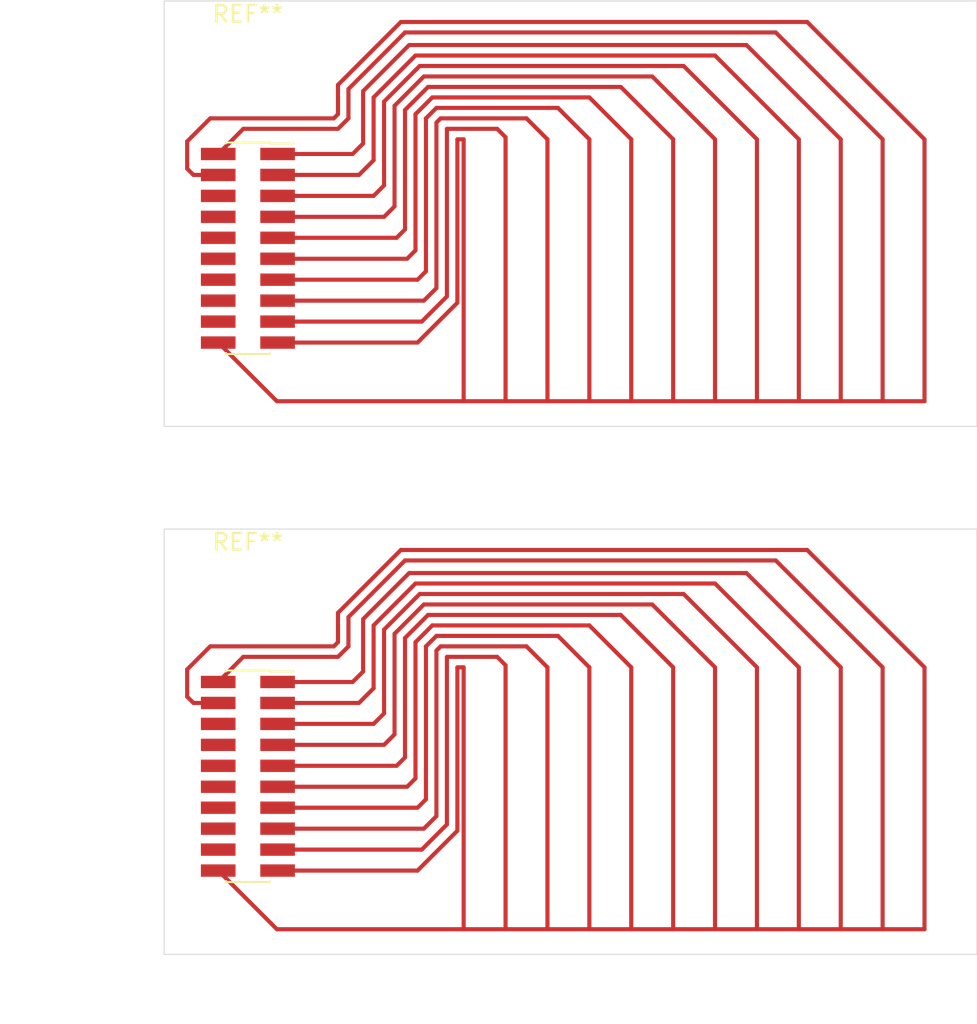
<source format=kicad_pcb>
(kicad_pcb (version 20171130) (host pcbnew "(5.1.6)-1")

  (general
    (thickness 1.6)
    (drawings 8)
    (tracks 178)
    (zones 0)
    (modules 2)
    (nets 1)
  )

  (page A4)
  (layers
    (0 F.Cu signal)
    (31 B.Cu signal)
    (32 B.Adhes user)
    (33 F.Adhes user)
    (34 B.Paste user)
    (35 F.Paste user)
    (36 B.SilkS user)
    (37 F.SilkS user)
    (38 B.Mask user)
    (39 F.Mask user)
    (40 Dwgs.User user)
    (41 Cmts.User user)
    (42 Eco1.User user)
    (43 Eco2.User user)
    (44 Edge.Cuts user)
    (45 Margin user)
    (46 B.CrtYd user)
    (47 F.CrtYd user)
    (48 B.Fab user)
    (49 F.Fab user)
  )

  (setup
    (last_trace_width 0.25)
    (trace_clearance 0.2)
    (zone_clearance 0.508)
    (zone_45_only no)
    (trace_min 0.2)
    (via_size 0.8)
    (via_drill 0.4)
    (via_min_size 0.4)
    (via_min_drill 0.3)
    (uvia_size 0.3)
    (uvia_drill 0.1)
    (uvias_allowed no)
    (uvia_min_size 0.2)
    (uvia_min_drill 0.1)
    (edge_width 0.05)
    (segment_width 0.2)
    (pcb_text_width 0.3)
    (pcb_text_size 1.5 1.5)
    (mod_edge_width 0.12)
    (mod_text_size 1 1)
    (mod_text_width 0.15)
    (pad_size 1.524 1.524)
    (pad_drill 0.762)
    (pad_to_mask_clearance 0.05)
    (aux_axis_origin 0 0)
    (visible_elements 7FFFFFFF)
    (pcbplotparams
      (layerselection 0x010fc_ffffffff)
      (usegerberextensions false)
      (usegerberattributes true)
      (usegerberadvancedattributes true)
      (creategerberjobfile true)
      (excludeedgelayer true)
      (linewidth 0.100000)
      (plotframeref false)
      (viasonmask false)
      (mode 1)
      (useauxorigin false)
      (hpglpennumber 1)
      (hpglpenspeed 20)
      (hpglpendiameter 15.000000)
      (psnegative false)
      (psa4output false)
      (plotreference true)
      (plotvalue true)
      (plotinvisibletext false)
      (padsonsilk false)
      (subtractmaskfromsilk false)
      (outputformat 1)
      (mirror false)
      (drillshape 0)
      (scaleselection 1)
      (outputdirectory "gerber/"))
  )

  (net 0 "")

  (net_class Default "This is the default net class."
    (clearance 0.2)
    (trace_width 0.25)
    (via_dia 0.8)
    (via_drill 0.4)
    (uvia_dia 0.3)
    (uvia_drill 0.1)
  )

  (module Connector_PinSocket_1.27mm:PinSocket_2x10_P1.27mm_Vertical_SMD (layer F.Cu) (tedit 5A19A42F) (tstamp 62866C2F)
    (at 98.806 53.34)
    (descr "surface-mounted straight socket strip, 2x10, 1.27mm pitch, double cols (from Kicad 4.0.7!), script generated")
    (tags "Surface mounted socket strip SMD 2x10 1.27mm double row")
    (attr smd)
    (fp_text reference REF** (at 0 -14.2) (layer F.SilkS)
      (effects (font (size 1 1) (thickness 0.15)))
    )
    (fp_text value PinSocket_2x10_P1.27mm_Vertical_SMD (at 0 14.2) (layer F.Fab)
      (effects (font (size 1 1) (thickness 0.15)))
    )
    (fp_line (start -3.35 6.85) (end -3.35 -6.85) (layer F.CrtYd) (width 0.05))
    (fp_line (start 3.35 6.85) (end -3.35 6.85) (layer F.CrtYd) (width 0.05))
    (fp_line (start 3.35 -6.85) (end 3.35 6.85) (layer F.CrtYd) (width 0.05))
    (fp_line (start -3.35 -6.85) (end 3.35 -6.85) (layer F.CrtYd) (width 0.05))
    (fp_line (start 2.555 5.915) (end 1.27 5.915) (layer F.Fab) (width 0.1))
    (fp_line (start 2.555 5.515) (end 2.555 5.915) (layer F.Fab) (width 0.1))
    (fp_line (start 1.27 5.515) (end 2.555 5.515) (layer F.Fab) (width 0.1))
    (fp_line (start -2.555 5.915) (end -2.555 5.515) (layer F.Fab) (width 0.1))
    (fp_line (start -1.27 5.915) (end -2.555 5.915) (layer F.Fab) (width 0.1))
    (fp_line (start -2.555 5.515) (end -1.27 5.515) (layer F.Fab) (width 0.1))
    (fp_line (start 2.555 4.645) (end 1.27 4.645) (layer F.Fab) (width 0.1))
    (fp_line (start 2.555 4.245) (end 2.555 4.645) (layer F.Fab) (width 0.1))
    (fp_line (start 1.27 4.245) (end 2.555 4.245) (layer F.Fab) (width 0.1))
    (fp_line (start -2.555 4.645) (end -2.555 4.245) (layer F.Fab) (width 0.1))
    (fp_line (start -1.27 4.645) (end -2.555 4.645) (layer F.Fab) (width 0.1))
    (fp_line (start -2.555 4.245) (end -1.27 4.245) (layer F.Fab) (width 0.1))
    (fp_line (start 2.555 3.375) (end 1.27 3.375) (layer F.Fab) (width 0.1))
    (fp_line (start 2.555 2.975) (end 2.555 3.375) (layer F.Fab) (width 0.1))
    (fp_line (start 1.27 2.975) (end 2.555 2.975) (layer F.Fab) (width 0.1))
    (fp_line (start -2.555 3.375) (end -2.555 2.975) (layer F.Fab) (width 0.1))
    (fp_line (start -1.27 3.375) (end -2.555 3.375) (layer F.Fab) (width 0.1))
    (fp_line (start -2.555 2.975) (end -1.27 2.975) (layer F.Fab) (width 0.1))
    (fp_line (start 2.555 2.105) (end 1.27 2.105) (layer F.Fab) (width 0.1))
    (fp_line (start 2.555 1.705) (end 2.555 2.105) (layer F.Fab) (width 0.1))
    (fp_line (start 1.27 1.705) (end 2.555 1.705) (layer F.Fab) (width 0.1))
    (fp_line (start -2.555 2.105) (end -2.555 1.705) (layer F.Fab) (width 0.1))
    (fp_line (start -1.27 2.105) (end -2.555 2.105) (layer F.Fab) (width 0.1))
    (fp_line (start -2.555 1.705) (end -1.27 1.705) (layer F.Fab) (width 0.1))
    (fp_line (start 2.555 0.835) (end 1.27 0.835) (layer F.Fab) (width 0.1))
    (fp_line (start 2.555 0.435) (end 2.555 0.835) (layer F.Fab) (width 0.1))
    (fp_line (start 1.27 0.435) (end 2.555 0.435) (layer F.Fab) (width 0.1))
    (fp_line (start -2.555 0.835) (end -2.555 0.435) (layer F.Fab) (width 0.1))
    (fp_line (start -1.27 0.835) (end -2.555 0.835) (layer F.Fab) (width 0.1))
    (fp_line (start -2.555 0.435) (end -1.27 0.435) (layer F.Fab) (width 0.1))
    (fp_line (start 2.555 -0.435) (end 1.27 -0.435) (layer F.Fab) (width 0.1))
    (fp_line (start 2.555 -0.835) (end 2.555 -0.435) (layer F.Fab) (width 0.1))
    (fp_line (start 1.27 -0.835) (end 2.555 -0.835) (layer F.Fab) (width 0.1))
    (fp_line (start -2.555 -0.435) (end -2.555 -0.835) (layer F.Fab) (width 0.1))
    (fp_line (start -1.27 -0.435) (end -2.555 -0.435) (layer F.Fab) (width 0.1))
    (fp_line (start -2.555 -0.835) (end -1.27 -0.835) (layer F.Fab) (width 0.1))
    (fp_line (start 2.555 -1.705) (end 1.27 -1.705) (layer F.Fab) (width 0.1))
    (fp_line (start 2.555 -2.105) (end 2.555 -1.705) (layer F.Fab) (width 0.1))
    (fp_line (start 1.27 -2.105) (end 2.555 -2.105) (layer F.Fab) (width 0.1))
    (fp_line (start -2.555 -1.705) (end -2.555 -2.105) (layer F.Fab) (width 0.1))
    (fp_line (start -1.27 -1.705) (end -2.555 -1.705) (layer F.Fab) (width 0.1))
    (fp_line (start -2.555 -2.105) (end -1.27 -2.105) (layer F.Fab) (width 0.1))
    (fp_line (start 2.555 -2.975) (end 1.27 -2.975) (layer F.Fab) (width 0.1))
    (fp_line (start 2.555 -3.375) (end 2.555 -2.975) (layer F.Fab) (width 0.1))
    (fp_line (start 1.27 -3.375) (end 2.555 -3.375) (layer F.Fab) (width 0.1))
    (fp_line (start -2.555 -2.975) (end -2.555 -3.375) (layer F.Fab) (width 0.1))
    (fp_line (start -1.27 -2.975) (end -2.555 -2.975) (layer F.Fab) (width 0.1))
    (fp_line (start -2.555 -3.375) (end -1.27 -3.375) (layer F.Fab) (width 0.1))
    (fp_line (start 2.555 -4.245) (end 1.27 -4.245) (layer F.Fab) (width 0.1))
    (fp_line (start 2.555 -4.645) (end 2.555 -4.245) (layer F.Fab) (width 0.1))
    (fp_line (start 1.27 -4.645) (end 2.555 -4.645) (layer F.Fab) (width 0.1))
    (fp_line (start -2.555 -4.245) (end -2.555 -4.645) (layer F.Fab) (width 0.1))
    (fp_line (start -1.27 -4.245) (end -2.555 -4.245) (layer F.Fab) (width 0.1))
    (fp_line (start -2.555 -4.645) (end -1.27 -4.645) (layer F.Fab) (width 0.1))
    (fp_line (start 2.555 -5.515) (end 1.27 -5.515) (layer F.Fab) (width 0.1))
    (fp_line (start 2.555 -5.915) (end 2.555 -5.515) (layer F.Fab) (width 0.1))
    (fp_line (start 1.27 -5.915) (end 2.555 -5.915) (layer F.Fab) (width 0.1))
    (fp_line (start -2.555 -5.515) (end -2.555 -5.915) (layer F.Fab) (width 0.1))
    (fp_line (start -1.27 -5.515) (end -2.555 -5.515) (layer F.Fab) (width 0.1))
    (fp_line (start -2.555 -5.915) (end -1.27 -5.915) (layer F.Fab) (width 0.1))
    (fp_line (start -1.27 6.35) (end -1.27 -6.35) (layer F.Fab) (width 0.1))
    (fp_line (start 1.27 6.35) (end -1.27 6.35) (layer F.Fab) (width 0.1))
    (fp_line (start 1.27 -5.715) (end 1.27 6.35) (layer F.Fab) (width 0.1))
    (fp_line (start 0.635 -6.35) (end 1.27 -5.715) (layer F.Fab) (width 0.1))
    (fp_line (start -1.27 -6.35) (end 0.635 -6.35) (layer F.Fab) (width 0.1))
    (fp_line (start 1.33 -6.35) (end 2.79 -6.35) (layer F.SilkS) (width 0.12))
    (fp_line (start -1.33 6.35) (end -1.33 6.41) (layer F.SilkS) (width 0.12))
    (fp_line (start -1.33 -6.41) (end -1.33 -6.35) (layer F.SilkS) (width 0.12))
    (fp_line (start -1.33 6.41) (end 1.33 6.41) (layer F.SilkS) (width 0.12))
    (fp_line (start 1.33 6.35) (end 1.33 6.41) (layer F.SilkS) (width 0.12))
    (fp_line (start 1.33 -6.41) (end 1.33 -6.35) (layer F.SilkS) (width 0.12))
    (fp_line (start -1.33 -6.41) (end 1.33 -6.41) (layer F.SilkS) (width 0.12))
    (fp_text user %R (at 0 0 90) (layer F.Fab)
      (effects (font (size 1 1) (thickness 0.15)))
    )
    (pad 1 smd rect (at 1.8 -5.715) (size 2.1 0.75) (layers F.Cu F.Paste F.Mask))
    (pad 2 smd rect (at -1.8 -5.715) (size 2.1 0.75) (layers F.Cu F.Paste F.Mask))
    (pad 3 smd rect (at 1.8 -4.445) (size 2.1 0.75) (layers F.Cu F.Paste F.Mask))
    (pad 4 smd rect (at -1.8 -4.445) (size 2.1 0.75) (layers F.Cu F.Paste F.Mask))
    (pad 5 smd rect (at 1.8 -3.175) (size 2.1 0.75) (layers F.Cu F.Paste F.Mask))
    (pad 6 smd rect (at -1.8 -3.175) (size 2.1 0.75) (layers F.Cu F.Paste F.Mask))
    (pad 7 smd rect (at 1.8 -1.905) (size 2.1 0.75) (layers F.Cu F.Paste F.Mask))
    (pad 8 smd rect (at -1.8 -1.905) (size 2.1 0.75) (layers F.Cu F.Paste F.Mask))
    (pad 9 smd rect (at 1.8 -0.635) (size 2.1 0.75) (layers F.Cu F.Paste F.Mask))
    (pad 10 smd rect (at -1.8 -0.635) (size 2.1 0.75) (layers F.Cu F.Paste F.Mask))
    (pad 11 smd rect (at 1.8 0.635) (size 2.1 0.75) (layers F.Cu F.Paste F.Mask))
    (pad 12 smd rect (at -1.8 0.635) (size 2.1 0.75) (layers F.Cu F.Paste F.Mask))
    (pad 13 smd rect (at 1.8 1.905) (size 2.1 0.75) (layers F.Cu F.Paste F.Mask))
    (pad 14 smd rect (at -1.8 1.905) (size 2.1 0.75) (layers F.Cu F.Paste F.Mask))
    (pad 15 smd rect (at 1.8 3.175) (size 2.1 0.75) (layers F.Cu F.Paste F.Mask))
    (pad 16 smd rect (at -1.8 3.175) (size 2.1 0.75) (layers F.Cu F.Paste F.Mask))
    (pad 17 smd rect (at 1.8 4.445) (size 2.1 0.75) (layers F.Cu F.Paste F.Mask))
    (pad 18 smd rect (at -1.8 4.445) (size 2.1 0.75) (layers F.Cu F.Paste F.Mask))
    (pad 19 smd rect (at 1.8 5.715) (size 2.1 0.75) (layers F.Cu F.Paste F.Mask))
    (pad 20 smd rect (at -1.8 5.715) (size 2.1 0.75) (layers F.Cu F.Paste F.Mask))
    (model ${KISYS3DMOD}/Connector_PinSocket_1.27mm.3dshapes/PinSocket_2x10_P1.27mm_Vertical_SMD.wrl
      (at (xyz 0 0 0))
      (scale (xyz 1 1 1))
      (rotate (xyz 0 0 0))
    )
  )

  (module Connector_PinSocket_1.27mm:PinSocket_2x10_P1.27mm_Vertical_SMD (layer F.Cu) (tedit 5A19A42F) (tstamp 628327A4)
    (at 98.806 85.344)
    (descr "surface-mounted straight socket strip, 2x10, 1.27mm pitch, double cols (from Kicad 4.0.7!), script generated")
    (tags "Surface mounted socket strip SMD 2x10 1.27mm double row")
    (attr smd)
    (fp_text reference REF** (at 0 -14.2) (layer F.SilkS)
      (effects (font (size 1 1) (thickness 0.15)))
    )
    (fp_text value PinSocket_2x10_P1.27mm_Vertical_SMD (at 0 14.2) (layer F.Fab)
      (effects (font (size 1 1) (thickness 0.15)))
    )
    (fp_line (start -3.35 6.85) (end -3.35 -6.85) (layer F.CrtYd) (width 0.05))
    (fp_line (start 3.35 6.85) (end -3.35 6.85) (layer F.CrtYd) (width 0.05))
    (fp_line (start 3.35 -6.85) (end 3.35 6.85) (layer F.CrtYd) (width 0.05))
    (fp_line (start -3.35 -6.85) (end 3.35 -6.85) (layer F.CrtYd) (width 0.05))
    (fp_line (start 2.555 5.915) (end 1.27 5.915) (layer F.Fab) (width 0.1))
    (fp_line (start 2.555 5.515) (end 2.555 5.915) (layer F.Fab) (width 0.1))
    (fp_line (start 1.27 5.515) (end 2.555 5.515) (layer F.Fab) (width 0.1))
    (fp_line (start -2.555 5.915) (end -2.555 5.515) (layer F.Fab) (width 0.1))
    (fp_line (start -1.27 5.915) (end -2.555 5.915) (layer F.Fab) (width 0.1))
    (fp_line (start -2.555 5.515) (end -1.27 5.515) (layer F.Fab) (width 0.1))
    (fp_line (start 2.555 4.645) (end 1.27 4.645) (layer F.Fab) (width 0.1))
    (fp_line (start 2.555 4.245) (end 2.555 4.645) (layer F.Fab) (width 0.1))
    (fp_line (start 1.27 4.245) (end 2.555 4.245) (layer F.Fab) (width 0.1))
    (fp_line (start -2.555 4.645) (end -2.555 4.245) (layer F.Fab) (width 0.1))
    (fp_line (start -1.27 4.645) (end -2.555 4.645) (layer F.Fab) (width 0.1))
    (fp_line (start -2.555 4.245) (end -1.27 4.245) (layer F.Fab) (width 0.1))
    (fp_line (start 2.555 3.375) (end 1.27 3.375) (layer F.Fab) (width 0.1))
    (fp_line (start 2.555 2.975) (end 2.555 3.375) (layer F.Fab) (width 0.1))
    (fp_line (start 1.27 2.975) (end 2.555 2.975) (layer F.Fab) (width 0.1))
    (fp_line (start -2.555 3.375) (end -2.555 2.975) (layer F.Fab) (width 0.1))
    (fp_line (start -1.27 3.375) (end -2.555 3.375) (layer F.Fab) (width 0.1))
    (fp_line (start -2.555 2.975) (end -1.27 2.975) (layer F.Fab) (width 0.1))
    (fp_line (start 2.555 2.105) (end 1.27 2.105) (layer F.Fab) (width 0.1))
    (fp_line (start 2.555 1.705) (end 2.555 2.105) (layer F.Fab) (width 0.1))
    (fp_line (start 1.27 1.705) (end 2.555 1.705) (layer F.Fab) (width 0.1))
    (fp_line (start -2.555 2.105) (end -2.555 1.705) (layer F.Fab) (width 0.1))
    (fp_line (start -1.27 2.105) (end -2.555 2.105) (layer F.Fab) (width 0.1))
    (fp_line (start -2.555 1.705) (end -1.27 1.705) (layer F.Fab) (width 0.1))
    (fp_line (start 2.555 0.835) (end 1.27 0.835) (layer F.Fab) (width 0.1))
    (fp_line (start 2.555 0.435) (end 2.555 0.835) (layer F.Fab) (width 0.1))
    (fp_line (start 1.27 0.435) (end 2.555 0.435) (layer F.Fab) (width 0.1))
    (fp_line (start -2.555 0.835) (end -2.555 0.435) (layer F.Fab) (width 0.1))
    (fp_line (start -1.27 0.835) (end -2.555 0.835) (layer F.Fab) (width 0.1))
    (fp_line (start -2.555 0.435) (end -1.27 0.435) (layer F.Fab) (width 0.1))
    (fp_line (start 2.555 -0.435) (end 1.27 -0.435) (layer F.Fab) (width 0.1))
    (fp_line (start 2.555 -0.835) (end 2.555 -0.435) (layer F.Fab) (width 0.1))
    (fp_line (start 1.27 -0.835) (end 2.555 -0.835) (layer F.Fab) (width 0.1))
    (fp_line (start -2.555 -0.435) (end -2.555 -0.835) (layer F.Fab) (width 0.1))
    (fp_line (start -1.27 -0.435) (end -2.555 -0.435) (layer F.Fab) (width 0.1))
    (fp_line (start -2.555 -0.835) (end -1.27 -0.835) (layer F.Fab) (width 0.1))
    (fp_line (start 2.555 -1.705) (end 1.27 -1.705) (layer F.Fab) (width 0.1))
    (fp_line (start 2.555 -2.105) (end 2.555 -1.705) (layer F.Fab) (width 0.1))
    (fp_line (start 1.27 -2.105) (end 2.555 -2.105) (layer F.Fab) (width 0.1))
    (fp_line (start -2.555 -1.705) (end -2.555 -2.105) (layer F.Fab) (width 0.1))
    (fp_line (start -1.27 -1.705) (end -2.555 -1.705) (layer F.Fab) (width 0.1))
    (fp_line (start -2.555 -2.105) (end -1.27 -2.105) (layer F.Fab) (width 0.1))
    (fp_line (start 2.555 -2.975) (end 1.27 -2.975) (layer F.Fab) (width 0.1))
    (fp_line (start 2.555 -3.375) (end 2.555 -2.975) (layer F.Fab) (width 0.1))
    (fp_line (start 1.27 -3.375) (end 2.555 -3.375) (layer F.Fab) (width 0.1))
    (fp_line (start -2.555 -2.975) (end -2.555 -3.375) (layer F.Fab) (width 0.1))
    (fp_line (start -1.27 -2.975) (end -2.555 -2.975) (layer F.Fab) (width 0.1))
    (fp_line (start -2.555 -3.375) (end -1.27 -3.375) (layer F.Fab) (width 0.1))
    (fp_line (start 2.555 -4.245) (end 1.27 -4.245) (layer F.Fab) (width 0.1))
    (fp_line (start 2.555 -4.645) (end 2.555 -4.245) (layer F.Fab) (width 0.1))
    (fp_line (start 1.27 -4.645) (end 2.555 -4.645) (layer F.Fab) (width 0.1))
    (fp_line (start -2.555 -4.245) (end -2.555 -4.645) (layer F.Fab) (width 0.1))
    (fp_line (start -1.27 -4.245) (end -2.555 -4.245) (layer F.Fab) (width 0.1))
    (fp_line (start -2.555 -4.645) (end -1.27 -4.645) (layer F.Fab) (width 0.1))
    (fp_line (start 2.555 -5.515) (end 1.27 -5.515) (layer F.Fab) (width 0.1))
    (fp_line (start 2.555 -5.915) (end 2.555 -5.515) (layer F.Fab) (width 0.1))
    (fp_line (start 1.27 -5.915) (end 2.555 -5.915) (layer F.Fab) (width 0.1))
    (fp_line (start -2.555 -5.515) (end -2.555 -5.915) (layer F.Fab) (width 0.1))
    (fp_line (start -1.27 -5.515) (end -2.555 -5.515) (layer F.Fab) (width 0.1))
    (fp_line (start -2.555 -5.915) (end -1.27 -5.915) (layer F.Fab) (width 0.1))
    (fp_line (start -1.27 6.35) (end -1.27 -6.35) (layer F.Fab) (width 0.1))
    (fp_line (start 1.27 6.35) (end -1.27 6.35) (layer F.Fab) (width 0.1))
    (fp_line (start 1.27 -5.715) (end 1.27 6.35) (layer F.Fab) (width 0.1))
    (fp_line (start 0.635 -6.35) (end 1.27 -5.715) (layer F.Fab) (width 0.1))
    (fp_line (start -1.27 -6.35) (end 0.635 -6.35) (layer F.Fab) (width 0.1))
    (fp_line (start 1.33 -6.35) (end 2.79 -6.35) (layer F.SilkS) (width 0.12))
    (fp_line (start -1.33 6.35) (end -1.33 6.41) (layer F.SilkS) (width 0.12))
    (fp_line (start -1.33 -6.41) (end -1.33 -6.35) (layer F.SilkS) (width 0.12))
    (fp_line (start -1.33 6.41) (end 1.33 6.41) (layer F.SilkS) (width 0.12))
    (fp_line (start 1.33 6.35) (end 1.33 6.41) (layer F.SilkS) (width 0.12))
    (fp_line (start 1.33 -6.41) (end 1.33 -6.35) (layer F.SilkS) (width 0.12))
    (fp_line (start -1.33 -6.41) (end 1.33 -6.41) (layer F.SilkS) (width 0.12))
    (fp_text user %R (at 0 0 90) (layer F.Fab)
      (effects (font (size 1 1) (thickness 0.15)))
    )
    (pad 20 smd rect (at -1.8 5.715) (size 2.1 0.75) (layers F.Cu F.Paste F.Mask))
    (pad 19 smd rect (at 1.8 5.715) (size 2.1 0.75) (layers F.Cu F.Paste F.Mask))
    (pad 18 smd rect (at -1.8 4.445) (size 2.1 0.75) (layers F.Cu F.Paste F.Mask))
    (pad 17 smd rect (at 1.8 4.445) (size 2.1 0.75) (layers F.Cu F.Paste F.Mask))
    (pad 16 smd rect (at -1.8 3.175) (size 2.1 0.75) (layers F.Cu F.Paste F.Mask))
    (pad 15 smd rect (at 1.8 3.175) (size 2.1 0.75) (layers F.Cu F.Paste F.Mask))
    (pad 14 smd rect (at -1.8 1.905) (size 2.1 0.75) (layers F.Cu F.Paste F.Mask))
    (pad 13 smd rect (at 1.8 1.905) (size 2.1 0.75) (layers F.Cu F.Paste F.Mask))
    (pad 12 smd rect (at -1.8 0.635) (size 2.1 0.75) (layers F.Cu F.Paste F.Mask))
    (pad 11 smd rect (at 1.8 0.635) (size 2.1 0.75) (layers F.Cu F.Paste F.Mask))
    (pad 10 smd rect (at -1.8 -0.635) (size 2.1 0.75) (layers F.Cu F.Paste F.Mask))
    (pad 9 smd rect (at 1.8 -0.635) (size 2.1 0.75) (layers F.Cu F.Paste F.Mask))
    (pad 8 smd rect (at -1.8 -1.905) (size 2.1 0.75) (layers F.Cu F.Paste F.Mask))
    (pad 7 smd rect (at 1.8 -1.905) (size 2.1 0.75) (layers F.Cu F.Paste F.Mask))
    (pad 6 smd rect (at -1.8 -3.175) (size 2.1 0.75) (layers F.Cu F.Paste F.Mask))
    (pad 5 smd rect (at 1.8 -3.175) (size 2.1 0.75) (layers F.Cu F.Paste F.Mask))
    (pad 4 smd rect (at -1.8 -4.445) (size 2.1 0.75) (layers F.Cu F.Paste F.Mask))
    (pad 3 smd rect (at 1.8 -4.445) (size 2.1 0.75) (layers F.Cu F.Paste F.Mask))
    (pad 2 smd rect (at -1.8 -5.715) (size 2.1 0.75) (layers F.Cu F.Paste F.Mask))
    (pad 1 smd rect (at 1.8 -5.715) (size 2.1 0.75) (layers F.Cu F.Paste F.Mask))
    (model ${KISYS3DMOD}/Connector_PinSocket_1.27mm.3dshapes/PinSocket_2x10_P1.27mm_Vertical_SMD.wrl
      (at (xyz 0 0 0))
      (scale (xyz 1 1 1))
      (rotate (xyz 0 0 0))
    )
  )

  (gr_line (start 143.002 64.135) (end 143.002 38.354) (layer Edge.Cuts) (width 0.05) (tstamp 62866C93))
  (gr_line (start 93.726 64.135) (end 143.002 64.135) (layer Edge.Cuts) (width 0.05) (tstamp 62866C2E))
  (gr_line (start 93.726 38.354) (end 93.726 64.135) (layer Edge.Cuts) (width 0.05) (tstamp 62866C2D))
  (gr_line (start 143.002 38.354) (end 93.726 38.354) (layer Edge.Cuts) (width 0.05) (tstamp 62866C2C))
  (gr_line (start 143.002 70.358) (end 93.726 70.358) (layer Edge.Cuts) (width 0.05) (tstamp 62811ECE))
  (gr_line (start 143.002 96.139) (end 143.002 70.358) (layer Edge.Cuts) (width 0.05))
  (gr_line (start 93.726 96.139) (end 143.002 96.139) (layer Edge.Cuts) (width 0.05))
  (gr_line (start 93.726 70.358) (end 93.726 96.139) (layer Edge.Cuts) (width 0.05))

  (segment (start 111.887 94.615) (end 111.887 78.74) (width 0.25) (layer F.Cu) (net 0))
  (segment (start 114.427 94.615) (end 114.427 78.613) (width 0.25) (layer F.Cu) (net 0))
  (segment (start 111.887 78.74) (end 111.506 78.74) (width 0.25) (layer F.Cu) (net 0))
  (segment (start 111.506 78.74) (end 111.506 88.646) (width 0.25) (layer F.Cu) (net 0))
  (segment (start 109.093 91.059) (end 100.606 91.059) (width 0.25) (layer F.Cu) (net 0))
  (segment (start 111.506 88.646) (end 109.093 91.059) (width 0.25) (layer F.Cu) (net 0))
  (segment (start 114.427 78.613) (end 113.919 78.105) (width 0.25) (layer F.Cu) (net 0))
  (segment (start 113.919 78.105) (end 110.871 78.105) (width 0.25) (layer F.Cu) (net 0))
  (segment (start 110.871 78.105) (end 110.871 88.265) (width 0.25) (layer F.Cu) (net 0))
  (segment (start 109.347 89.789) (end 100.606 89.789) (width 0.25) (layer F.Cu) (net 0))
  (segment (start 110.871 88.265) (end 109.347 89.789) (width 0.25) (layer F.Cu) (net 0))
  (segment (start 109.474 88.519) (end 100.606 88.519) (width 0.25) (layer F.Cu) (net 0))
  (segment (start 110.236 87.757) (end 109.474 88.519) (width 0.25) (layer F.Cu) (net 0))
  (segment (start 116.967 78.74) (end 115.697 77.47) (width 0.25) (layer F.Cu) (net 0))
  (segment (start 116.967 94.615) (end 116.967 78.74) (width 0.25) (layer F.Cu) (net 0))
  (segment (start 110.236 77.724) (end 110.236 87.757) (width 0.25) (layer F.Cu) (net 0))
  (segment (start 115.697 77.47) (end 110.49 77.47) (width 0.25) (layer F.Cu) (net 0))
  (segment (start 110.49 77.47) (end 110.236 77.724) (width 0.25) (layer F.Cu) (net 0))
  (segment (start 109.601 86.741) (end 109.093 87.249) (width 0.25) (layer F.Cu) (net 0))
  (segment (start 109.093 87.249) (end 100.606 87.249) (width 0.25) (layer F.Cu) (net 0))
  (segment (start 119.507 78.74) (end 117.602 76.835) (width 0.25) (layer F.Cu) (net 0))
  (segment (start 119.507 94.615) (end 119.507 78.74) (width 0.25) (layer F.Cu) (net 0))
  (segment (start 117.602 76.835) (end 110.236 76.835) (width 0.25) (layer F.Cu) (net 0))
  (segment (start 109.601 77.47) (end 109.601 86.741) (width 0.25) (layer F.Cu) (net 0))
  (segment (start 110.236 76.835) (end 109.601 77.47) (width 0.25) (layer F.Cu) (net 0))
  (segment (start 108.458 85.979) (end 100.606 85.979) (width 0.25) (layer F.Cu) (net 0))
  (segment (start 108.966 85.471) (end 108.458 85.979) (width 0.25) (layer F.Cu) (net 0))
  (segment (start 122.047 78.74) (end 119.507 76.2) (width 0.25) (layer F.Cu) (net 0))
  (segment (start 108.966 77.216) (end 108.966 85.471) (width 0.25) (layer F.Cu) (net 0))
  (segment (start 122.047 94.615) (end 122.047 78.74) (width 0.25) (layer F.Cu) (net 0))
  (segment (start 119.507 76.2) (end 109.982 76.2) (width 0.25) (layer F.Cu) (net 0))
  (segment (start 109.982 76.2) (end 108.966 77.216) (width 0.25) (layer F.Cu) (net 0))
  (segment (start 107.823 84.709) (end 100.606 84.709) (width 0.25) (layer F.Cu) (net 0))
  (segment (start 108.331 84.201) (end 107.823 84.709) (width 0.25) (layer F.Cu) (net 0))
  (segment (start 124.587 78.74) (end 121.412 75.565) (width 0.25) (layer F.Cu) (net 0))
  (segment (start 124.587 94.615) (end 124.587 78.74) (width 0.25) (layer F.Cu) (net 0))
  (segment (start 121.412 75.565) (end 109.728 75.565) (width 0.25) (layer F.Cu) (net 0))
  (segment (start 109.728 75.565) (end 108.331 76.962) (width 0.25) (layer F.Cu) (net 0))
  (segment (start 108.331 76.962) (end 108.331 84.201) (width 0.25) (layer F.Cu) (net 0))
  (segment (start 107.061 83.439) (end 100.606 83.439) (width 0.25) (layer F.Cu) (net 0))
  (segment (start 107.696 82.804) (end 107.061 83.439) (width 0.25) (layer F.Cu) (net 0))
  (segment (start 127.127 94.615) (end 127.127 78.74) (width 0.25) (layer F.Cu) (net 0))
  (segment (start 123.317 74.93) (end 109.474 74.93) (width 0.25) (layer F.Cu) (net 0))
  (segment (start 109.474 74.93) (end 107.696 76.708) (width 0.25) (layer F.Cu) (net 0))
  (segment (start 127.127 78.74) (end 123.317 74.93) (width 0.25) (layer F.Cu) (net 0))
  (segment (start 107.696 76.708) (end 107.696 82.804) (width 0.25) (layer F.Cu) (net 0))
  (segment (start 106.426 82.169) (end 100.606 82.169) (width 0.25) (layer F.Cu) (net 0))
  (segment (start 107.061 81.534) (end 106.426 82.169) (width 0.25) (layer F.Cu) (net 0))
  (segment (start 107.061 76.454) (end 107.061 81.534) (width 0.25) (layer F.Cu) (net 0))
  (segment (start 129.667 78.74) (end 125.222 74.295) (width 0.25) (layer F.Cu) (net 0))
  (segment (start 129.667 94.615) (end 129.667 78.74) (width 0.25) (layer F.Cu) (net 0))
  (segment (start 125.222 74.295) (end 109.22 74.295) (width 0.25) (layer F.Cu) (net 0))
  (segment (start 109.22 74.295) (end 107.061 76.454) (width 0.25) (layer F.Cu) (net 0))
  (segment (start 105.537 80.899) (end 100.606 80.899) (width 0.25) (layer F.Cu) (net 0))
  (segment (start 106.426 80.01) (end 105.537 80.899) (width 0.25) (layer F.Cu) (net 0))
  (segment (start 132.207 78.74) (end 127.127 73.66) (width 0.25) (layer F.Cu) (net 0))
  (segment (start 132.207 94.615) (end 132.207 78.74) (width 0.25) (layer F.Cu) (net 0))
  (segment (start 127.127 73.66) (end 108.966 73.66) (width 0.25) (layer F.Cu) (net 0))
  (segment (start 108.966 73.66) (end 106.426 76.2) (width 0.25) (layer F.Cu) (net 0))
  (segment (start 106.426 76.2) (end 106.426 80.01) (width 0.25) (layer F.Cu) (net 0))
  (segment (start 105.156 79.629) (end 100.606 79.629) (width 0.25) (layer F.Cu) (net 0))
  (segment (start 105.791 78.994) (end 105.156 79.629) (width 0.25) (layer F.Cu) (net 0))
  (segment (start 134.747 78.74) (end 129.032 73.025) (width 0.25) (layer F.Cu) (net 0))
  (segment (start 134.747 94.615) (end 134.747 78.74) (width 0.25) (layer F.Cu) (net 0))
  (segment (start 129.032 73.025) (end 108.585 73.025) (width 0.25) (layer F.Cu) (net 0))
  (segment (start 108.585 73.025) (end 105.791 75.819) (width 0.25) (layer F.Cu) (net 0))
  (segment (start 105.791 75.819) (end 105.791 78.994) (width 0.25) (layer F.Cu) (net 0))
  (segment (start 98.53 78.105) (end 97.006 79.629) (width 0.25) (layer F.Cu) (net 0))
  (segment (start 104.267 78.105) (end 98.53 78.105) (width 0.25) (layer F.Cu) (net 0))
  (segment (start 104.902 77.47) (end 104.267 78.105) (width 0.25) (layer F.Cu) (net 0))
  (segment (start 137.287 78.74) (end 130.81 72.263) (width 0.25) (layer F.Cu) (net 0))
  (segment (start 137.287 94.615) (end 137.287 78.74) (width 0.25) (layer F.Cu) (net 0))
  (segment (start 130.81 72.263) (end 108.331 72.263) (width 0.25) (layer F.Cu) (net 0))
  (segment (start 108.331 72.263) (end 104.902 75.692) (width 0.25) (layer F.Cu) (net 0))
  (segment (start 104.902 75.692) (end 104.902 77.47) (width 0.25) (layer F.Cu) (net 0))
  (segment (start 95.504 80.899) (end 97.006 80.899) (width 0.25) (layer F.Cu) (net 0))
  (segment (start 95.123 78.867) (end 95.123 80.518) (width 0.25) (layer F.Cu) (net 0))
  (segment (start 96.52 77.47) (end 95.123 78.867) (width 0.25) (layer F.Cu) (net 0))
  (segment (start 104.013 77.47) (end 96.52 77.47) (width 0.25) (layer F.Cu) (net 0))
  (segment (start 139.827 78.74) (end 132.715 71.628) (width 0.25) (layer F.Cu) (net 0))
  (segment (start 104.267 77.216) (end 104.013 77.47) (width 0.25) (layer F.Cu) (net 0))
  (segment (start 139.827 94.615) (end 139.827 78.74) (width 0.25) (layer F.Cu) (net 0))
  (segment (start 104.267 75.438) (end 104.267 77.216) (width 0.25) (layer F.Cu) (net 0))
  (segment (start 132.715 71.628) (end 108.077 71.628) (width 0.25) (layer F.Cu) (net 0))
  (segment (start 95.123 80.518) (end 95.504 80.899) (width 0.25) (layer F.Cu) (net 0))
  (segment (start 108.077 71.628) (end 104.267 75.438) (width 0.25) (layer F.Cu) (net 0))
  (segment (start 139.827 94.615) (end 111.887 94.615) (width 0.25) (layer F.Cu) (net 0))
  (segment (start 100.562 94.615) (end 97.006 91.059) (width 0.25) (layer F.Cu) (net 0))
  (segment (start 111.887 94.615) (end 100.562 94.615) (width 0.25) (layer F.Cu) (net 0))
  (segment (start 111.887 62.611) (end 111.887 46.736) (width 0.25) (layer F.Cu) (net 0) (tstamp 62866BD3))
  (segment (start 121.412 43.561) (end 109.728 43.561) (width 0.25) (layer F.Cu) (net 0) (tstamp 62866BD4))
  (segment (start 107.061 49.53) (end 106.426 50.165) (width 0.25) (layer F.Cu) (net 0) (tstamp 62866BD5))
  (segment (start 119.507 46.736) (end 117.602 44.831) (width 0.25) (layer F.Cu) (net 0) (tstamp 62866BD6))
  (segment (start 107.696 50.8) (end 107.061 51.435) (width 0.25) (layer F.Cu) (net 0) (tstamp 62866BD7))
  (segment (start 129.667 46.736) (end 125.222 42.291) (width 0.25) (layer F.Cu) (net 0) (tstamp 62866BD8))
  (segment (start 106.426 48.006) (end 105.537 48.895) (width 0.25) (layer F.Cu) (net 0) (tstamp 62866BD9))
  (segment (start 109.601 45.466) (end 109.601 54.737) (width 0.25) (layer F.Cu) (net 0) (tstamp 62866BDA))
  (segment (start 109.982 44.196) (end 108.966 45.212) (width 0.25) (layer F.Cu) (net 0) (tstamp 62866BDB))
  (segment (start 129.667 62.611) (end 129.667 46.736) (width 0.25) (layer F.Cu) (net 0) (tstamp 62866BDC))
  (segment (start 122.047 62.611) (end 122.047 46.736) (width 0.25) (layer F.Cu) (net 0) (tstamp 62866BDD))
  (segment (start 107.061 44.45) (end 107.061 49.53) (width 0.25) (layer F.Cu) (net 0) (tstamp 62866BDE))
  (segment (start 116.967 62.611) (end 116.967 46.736) (width 0.25) (layer F.Cu) (net 0) (tstamp 62866BDF))
  (segment (start 109.601 54.737) (end 109.093 55.245) (width 0.25) (layer F.Cu) (net 0) (tstamp 62866BE0))
  (segment (start 110.49 45.466) (end 110.236 45.72) (width 0.25) (layer F.Cu) (net 0) (tstamp 62866BE1))
  (segment (start 109.728 43.561) (end 108.331 44.958) (width 0.25) (layer F.Cu) (net 0) (tstamp 62866BE2))
  (segment (start 111.506 56.642) (end 109.093 59.055) (width 0.25) (layer F.Cu) (net 0) (tstamp 62866BE3))
  (segment (start 108.331 44.958) (end 108.331 52.197) (width 0.25) (layer F.Cu) (net 0) (tstamp 62866BE4))
  (segment (start 108.331 52.197) (end 107.823 52.705) (width 0.25) (layer F.Cu) (net 0) (tstamp 62866BE5))
  (segment (start 109.474 42.926) (end 107.696 44.704) (width 0.25) (layer F.Cu) (net 0) (tstamp 62866BE6))
  (segment (start 132.207 62.611) (end 132.207 46.736) (width 0.25) (layer F.Cu) (net 0) (tstamp 62866BE7))
  (segment (start 114.427 62.611) (end 114.427 46.609) (width 0.25) (layer F.Cu) (net 0) (tstamp 62866BE8))
  (segment (start 122.047 46.736) (end 119.507 44.196) (width 0.25) (layer F.Cu) (net 0) (tstamp 62866BE9))
  (segment (start 119.507 44.196) (end 109.982 44.196) (width 0.25) (layer F.Cu) (net 0) (tstamp 62866BEA))
  (segment (start 107.823 52.705) (end 100.606 52.705) (width 0.25) (layer F.Cu) (net 0) (tstamp 62866BEB))
  (segment (start 106.426 44.196) (end 106.426 48.006) (width 0.25) (layer F.Cu) (net 0) (tstamp 62866BEC))
  (segment (start 123.317 42.926) (end 109.474 42.926) (width 0.25) (layer F.Cu) (net 0) (tstamp 62866BED))
  (segment (start 105.156 47.625) (end 100.606 47.625) (width 0.25) (layer F.Cu) (net 0) (tstamp 62866BEE))
  (segment (start 110.871 46.101) (end 110.871 56.261) (width 0.25) (layer F.Cu) (net 0) (tstamp 62866BEF))
  (segment (start 110.871 56.261) (end 109.347 57.785) (width 0.25) (layer F.Cu) (net 0) (tstamp 62866BF0))
  (segment (start 109.474 56.515) (end 100.606 56.515) (width 0.25) (layer F.Cu) (net 0) (tstamp 62866BF1))
  (segment (start 132.207 46.736) (end 127.127 41.656) (width 0.25) (layer F.Cu) (net 0) (tstamp 62866BF2))
  (segment (start 127.127 41.656) (end 108.966 41.656) (width 0.25) (layer F.Cu) (net 0) (tstamp 62866BF3))
  (segment (start 105.791 46.99) (end 105.156 47.625) (width 0.25) (layer F.Cu) (net 0) (tstamp 62866BF4))
  (segment (start 106.426 50.165) (end 100.606 50.165) (width 0.25) (layer F.Cu) (net 0) (tstamp 62866BF5))
  (segment (start 134.747 46.736) (end 129.032 41.021) (width 0.25) (layer F.Cu) (net 0) (tstamp 62866BF6))
  (segment (start 105.537 48.895) (end 100.606 48.895) (width 0.25) (layer F.Cu) (net 0) (tstamp 62866BF7))
  (segment (start 134.747 62.611) (end 134.747 46.736) (width 0.25) (layer F.Cu) (net 0) (tstamp 62866BF8))
  (segment (start 129.032 41.021) (end 108.585 41.021) (width 0.25) (layer F.Cu) (net 0) (tstamp 62866BF9))
  (segment (start 119.507 62.611) (end 119.507 46.736) (width 0.25) (layer F.Cu) (net 0) (tstamp 62866BFA))
  (segment (start 108.966 53.467) (end 108.458 53.975) (width 0.25) (layer F.Cu) (net 0) (tstamp 62866BFB))
  (segment (start 109.22 42.291) (end 107.061 44.45) (width 0.25) (layer F.Cu) (net 0) (tstamp 62866BFC))
  (segment (start 108.458 53.975) (end 100.606 53.975) (width 0.25) (layer F.Cu) (net 0) (tstamp 62866BFD))
  (segment (start 111.887 46.736) (end 111.506 46.736) (width 0.25) (layer F.Cu) (net 0) (tstamp 62866BFE))
  (segment (start 109.093 59.055) (end 100.606 59.055) (width 0.25) (layer F.Cu) (net 0) (tstamp 62866BFF))
  (segment (start 111.506 46.736) (end 111.506 56.642) (width 0.25) (layer F.Cu) (net 0) (tstamp 62866C00))
  (segment (start 113.919 46.101) (end 110.871 46.101) (width 0.25) (layer F.Cu) (net 0) (tstamp 62866C01))
  (segment (start 110.236 45.72) (end 110.236 55.753) (width 0.25) (layer F.Cu) (net 0) (tstamp 62866C02))
  (segment (start 127.127 46.736) (end 123.317 42.926) (width 0.25) (layer F.Cu) (net 0) (tstamp 62866C03))
  (segment (start 127.127 62.611) (end 127.127 46.736) (width 0.25) (layer F.Cu) (net 0) (tstamp 62866C04))
  (segment (start 107.696 44.704) (end 107.696 50.8) (width 0.25) (layer F.Cu) (net 0) (tstamp 62866C05))
  (segment (start 109.093 55.245) (end 100.606 55.245) (width 0.25) (layer F.Cu) (net 0) (tstamp 62866C06))
  (segment (start 107.061 51.435) (end 100.606 51.435) (width 0.25) (layer F.Cu) (net 0) (tstamp 62866C07))
  (segment (start 125.222 42.291) (end 109.22 42.291) (width 0.25) (layer F.Cu) (net 0) (tstamp 62866C08))
  (segment (start 108.966 41.656) (end 106.426 44.196) (width 0.25) (layer F.Cu) (net 0) (tstamp 62866C09))
  (segment (start 108.966 45.212) (end 108.966 53.467) (width 0.25) (layer F.Cu) (net 0) (tstamp 62866C0A))
  (segment (start 116.967 46.736) (end 115.697 45.466) (width 0.25) (layer F.Cu) (net 0) (tstamp 62866C0B))
  (segment (start 109.347 57.785) (end 100.606 57.785) (width 0.25) (layer F.Cu) (net 0) (tstamp 62866C0C))
  (segment (start 117.602 44.831) (end 110.236 44.831) (width 0.25) (layer F.Cu) (net 0) (tstamp 62866C0D))
  (segment (start 124.587 62.611) (end 124.587 46.736) (width 0.25) (layer F.Cu) (net 0) (tstamp 62866C0E))
  (segment (start 110.236 55.753) (end 109.474 56.515) (width 0.25) (layer F.Cu) (net 0) (tstamp 62866C0F))
  (segment (start 115.697 45.466) (end 110.49 45.466) (width 0.25) (layer F.Cu) (net 0) (tstamp 62866C10))
  (segment (start 114.427 46.609) (end 113.919 46.101) (width 0.25) (layer F.Cu) (net 0) (tstamp 62866C11))
  (segment (start 110.236 44.831) (end 109.601 45.466) (width 0.25) (layer F.Cu) (net 0) (tstamp 62866C12))
  (segment (start 124.587 46.736) (end 121.412 43.561) (width 0.25) (layer F.Cu) (net 0) (tstamp 62866C13))
  (segment (start 104.902 45.466) (end 104.267 46.101) (width 0.25) (layer F.Cu) (net 0) (tstamp 62866C14))
  (segment (start 130.81 40.259) (end 108.331 40.259) (width 0.25) (layer F.Cu) (net 0) (tstamp 62866C15))
  (segment (start 96.52 45.466) (end 95.123 46.863) (width 0.25) (layer F.Cu) (net 0) (tstamp 62866C16))
  (segment (start 111.887 62.611) (end 100.562 62.611) (width 0.25) (layer F.Cu) (net 0) (tstamp 62866C17))
  (segment (start 137.287 62.611) (end 137.287 46.736) (width 0.25) (layer F.Cu) (net 0) (tstamp 62866C18))
  (segment (start 137.287 46.736) (end 130.81 40.259) (width 0.25) (layer F.Cu) (net 0) (tstamp 62866C19))
  (segment (start 95.504 48.895) (end 97.006 48.895) (width 0.25) (layer F.Cu) (net 0) (tstamp 62866C1A))
  (segment (start 104.267 46.101) (end 98.53 46.101) (width 0.25) (layer F.Cu) (net 0) (tstamp 62866C1B))
  (segment (start 98.53 46.101) (end 97.006 47.625) (width 0.25) (layer F.Cu) (net 0) (tstamp 62866C1C))
  (segment (start 104.013 45.466) (end 96.52 45.466) (width 0.25) (layer F.Cu) (net 0) (tstamp 62866C1D))
  (segment (start 139.827 62.611) (end 139.827 46.736) (width 0.25) (layer F.Cu) (net 0) (tstamp 62866C1E))
  (segment (start 132.715 39.624) (end 108.077 39.624) (width 0.25) (layer F.Cu) (net 0) (tstamp 62866C1F))
  (segment (start 100.562 62.611) (end 97.006 59.055) (width 0.25) (layer F.Cu) (net 0) (tstamp 62866C20))
  (segment (start 95.123 46.863) (end 95.123 48.514) (width 0.25) (layer F.Cu) (net 0) (tstamp 62866C21))
  (segment (start 104.267 43.434) (end 104.267 45.212) (width 0.25) (layer F.Cu) (net 0) (tstamp 62866C22))
  (segment (start 108.585 41.021) (end 105.791 43.815) (width 0.25) (layer F.Cu) (net 0) (tstamp 62866C23))
  (segment (start 139.827 62.611) (end 111.887 62.611) (width 0.25) (layer F.Cu) (net 0) (tstamp 62866C24))
  (segment (start 104.267 45.212) (end 104.013 45.466) (width 0.25) (layer F.Cu) (net 0) (tstamp 62866C25))
  (segment (start 108.331 40.259) (end 104.902 43.688) (width 0.25) (layer F.Cu) (net 0) (tstamp 62866C26))
  (segment (start 108.077 39.624) (end 104.267 43.434) (width 0.25) (layer F.Cu) (net 0) (tstamp 62866C27))
  (segment (start 104.902 43.688) (end 104.902 45.466) (width 0.25) (layer F.Cu) (net 0) (tstamp 62866C28))
  (segment (start 95.123 48.514) (end 95.504 48.895) (width 0.25) (layer F.Cu) (net 0) (tstamp 62866C29))
  (segment (start 105.791 43.815) (end 105.791 46.99) (width 0.25) (layer F.Cu) (net 0) (tstamp 62866C2A))
  (segment (start 139.827 46.736) (end 132.715 39.624) (width 0.25) (layer F.Cu) (net 0) (tstamp 62866C2B))

)

</source>
